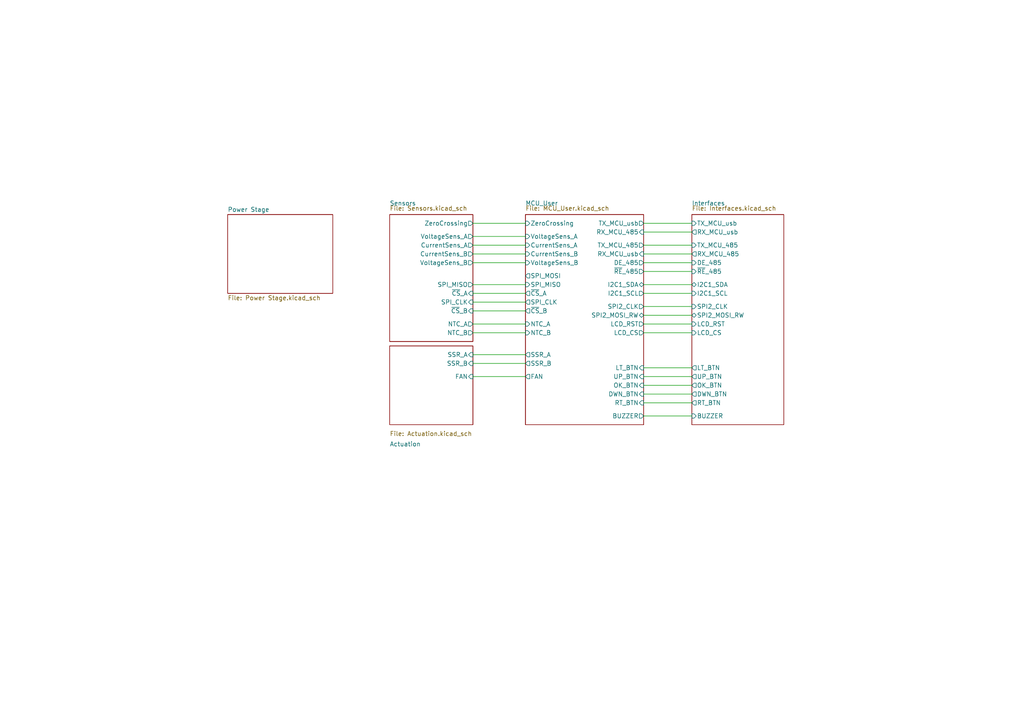
<source format=kicad_sch>
(kicad_sch (version 20211123) (generator eeschema)
  (paper "A4")
  (title_block (title "Reflow Controller") (rev "1.0"))
  (lib_symbols)
  (wire (pts (xy 137.16 105.41) (xy 152.4 105.41)))
  (wire (pts (xy 137.16 71.12) (xy 152.4 71.12)))
  (wire (pts (xy 186.69 96.52) (xy 200.66 96.52)))
  (wire (pts (xy 186.69 64.77) (xy 200.66 64.77)))
  (wire (pts (xy 137.16 76.2) (xy 152.4 76.2)))
  (wire (pts (xy 186.69 114.3) (xy 200.66 114.3)))
  (wire (pts (xy 186.69 82.55) (xy 200.66 82.55)))
  (wire (pts (xy 137.16 102.87) (xy 152.4 102.87)))
  (wire (pts (xy 137.16 82.55) (xy 152.4 82.55)))
  (wire (pts (xy 186.69 85.09) (xy 200.66 85.09)))
  (wire (pts (xy 186.69 78.74) (xy 200.66 78.74)))
  (wire (pts (xy 186.69 106.68) (xy 200.66 106.68)))
  (wire (pts (xy 137.16 90.17) (xy 152.4 90.17)))
  (wire (pts (xy 137.16 109.22) (xy 152.4 109.22)))
  (wire (pts (xy 137.16 96.52) (xy 152.4 96.52)))
  (wire (pts (xy 137.16 87.63) (xy 152.4 87.63)))
  (wire (pts (xy 186.69 120.65) (xy 200.66 120.65)))
  (wire (pts (xy 186.69 109.22) (xy 200.66 109.22)))
  (wire (pts (xy 186.69 91.44) (xy 200.66 91.44)))
  (wire (pts (xy 186.69 88.9) (xy 200.66 88.9)))
  (wire (pts (xy 186.69 93.98) (xy 200.66 93.98)))
  (wire (pts (xy 186.69 67.31) (xy 200.66 67.31)))
  (wire (pts (xy 137.16 85.09) (xy 152.4 85.09)))
  (wire (pts (xy 186.69 76.2) (xy 200.66 76.2)))
  (wire (pts (xy 186.69 71.12) (xy 200.66 71.12)))
  (wire (pts (xy 137.16 73.66) (xy 152.4 73.66)))
  (wire (pts (xy 186.69 73.66) (xy 200.66 73.66)))
  (wire (pts (xy 137.16 93.98) (xy 152.4 93.98)))
  (wire (pts (xy 186.69 116.84) (xy 200.66 116.84)))
  (wire (pts (xy 137.16 64.77) (xy 152.4 64.77)))
  (wire (pts (xy 186.69 111.76) (xy 200.66 111.76)))
  (wire (pts (xy 137.16 68.58) (xy 152.4 68.58)))
  (sheet (at 200.66 62.23) (size 26.67 60.96) (stroke (width 0.1524))
    (property "Sheet name" "Interfaces" (at 200.66 59.69 0) (effects (justify left bottom)))
    (property "Sheet file" "Interfaces.kicad_sch" (at 200.66 59.69 0) (effects (justify left top)))
    (pin "TX_MCU_usb" input (at 200.66 64.77 180))
    (pin "RX_MCU_usb" output (at 200.66 67.31 180))
    (pin "RX_MCU_485" output (at 200.66 73.66 180))
    (pin "DE_485" input (at 200.66 76.2 180))
    (pin "TX_MCU_485" input (at 200.66 71.12 180))
    (pin "~{RE}_485" input (at 200.66 78.74 180))
    (pin "I2C1_SCL" input (at 200.66 85.09 180))
    (pin "LCD_RST" input (at 200.66 93.98 180))
    (pin "SPI2_CLK" input (at 200.66 88.9 180))
    (pin "DWN_BTN" output (at 200.66 114.3 180))
    (pin "UP_BTN" output (at 200.66 109.22 180))
    (pin "OK_BTN" output (at 200.66 111.76 180))
    (pin "I2C1_SDA" bidirectional (at 200.66 82.55 180))
    (pin "SPI2_MOSI_RW" bidirectional (at 200.66 91.44 180))
    (pin "LCD_CS" input (at 200.66 96.52 180))
    (pin "BUZZER" input (at 200.66 120.65 180))
    (pin "LT_BTN" output (at 200.66 106.68 180))
    (pin "RT_BTN" output (at 200.66 116.84 180))
  )
  (sheet (at 152.4 62.23) (size 34.29 60.96) (stroke (width 0.1524))
    (property "Sheet name" "MCU_User" (at 152.4 59.69 0) (effects (justify left bottom)))
    (property "Sheet file" "MCU_User.kicad_sch" (at 152.4 59.69 0) (effects (justify left top)))
    (pin "I2C1_SCL" output (at 186.69 85.09 0))
    (pin "I2C1_SDA" bidirectional (at 186.69 82.55 0))
    (pin "TX_MCU_usb" output (at 186.69 64.77 0))
    (pin "TX_MCU_485" output (at 186.69 71.12 0))
    (pin "RX_MCU_485" input (at 186.69 67.31 0))
    (pin "RX_MCU_usb" input (at 186.69 73.66 0))
    (pin "~{RE}_485" output (at 186.69 78.74 0))
    (pin "DE_485" output (at 186.69 76.2 0))
    (pin "ZeroCrossing" input (at 152.4 64.77 180))
    (pin "~{CS}_B" output (at 152.4 90.17 180))
    (pin "SPI_CLK" output (at 152.4 87.63 180))
    (pin "SPI_MISO" input (at 152.4 82.55 180))
    (pin "~{CS}_A" output (at 152.4 85.09 180))
    (pin "LCD_CS" output (at 186.69 96.52 0))
    (pin "LCD_RST" output (at 186.69 93.98 0))
    (pin "SPI2_CLK" output (at 186.69 88.9 0))
    (pin "SPI2_MOSI_RW" bidirectional (at 186.69 91.44 0))
    (pin "CurrentSens_A" input (at 152.4 71.12 180))
    (pin "VoltageSens_B" input (at 152.4 76.2 180))
    (pin "CurrentSens_B" input (at 152.4 73.66 180))
    (pin "VoltageSens_A" input (at 152.4 68.58 180))
    (pin "LT_BTN" input (at 186.69 106.68 0))
    (pin "NTC_A" input (at 152.4 93.98 180))
    (pin "NTC_B" input (at 152.4 96.52 180))
    (pin "DWN_BTN" input (at 186.69 114.3 0))
    (pin "UP_BTN" input (at 186.69 109.22 0))
    (pin "RT_BTN" input (at 186.69 116.84 0))
    (pin "BUZZER" output (at 186.69 120.65 0))
    (pin "OK_BTN" input (at 186.69 111.76 0))
    (pin "SPI_MOSI" output (at 152.4 80.01 180))
    (pin "SSR_B" output (at 152.4 105.41 180))
    (pin "FAN" output (at 152.4 109.22 180))
    (pin "SSR_A" output (at 152.4 102.87 180))
  )
  (sheet (at 113.03 100.33) (size 24.13 22.86) (stroke (width 0.1524))
    (property "Sheet name" "Actuation" (at 113.03 129.54 0) (effects (justify left bottom)))
    (property "Sheet file" "Actuation.kicad_sch" (at 113.03 125.0446 0) (effects (justify left top)))
    (pin "SSR_B" input (at 137.16 105.41 0))
    (pin "SSR_A" input (at 137.16 102.87 0))
    (pin "FAN" input (at 137.16 109.22 0))
  )
  (sheet (at 113.03 62.23) (size 24.13 36.83) (stroke (width 0.1524))
    (property "Sheet name" "Sensors" (at 113.03 59.69 0) (effects (justify left bottom)))
    (property "Sheet file" "Sensors.kicad_sch" (at 113.03 59.69 0) (effects (justify left top)))
    (pin "ZeroCrossing" output (at 137.16 64.77 0))
    (pin "CurrentSens_B" output (at 137.16 73.66 0))
    (pin "VoltageSens_A" output (at 137.16 68.58 0))
    (pin "CurrentSens_A" output (at 137.16 71.12 0))
    (pin "VoltageSens_B" output (at 137.16 76.2 0))
    (pin "SPI_MISO" output (at 137.16 82.55 0))
    (pin "~{CS}_A" input (at 137.16 85.09 0))
    (pin "SPI_CLK" input (at 137.16 87.63 0))
    (pin "~{CS}_B" input (at 137.16 90.17 0))
    (pin "NTC_A" output (at 137.16 93.98 0))
    (pin "NTC_B" output (at 137.16 96.52 0))
  )
  (sheet (at 66.04 62.23) (size 30.48 22.86) (stroke (width 0.1524))
    (property "Sheet name" "Power Stage" (at 66.04 61.5184 0) (effects (justify left bottom)))
    (property "Sheet file" "Power Stage.kicad_sch" (at 66.04 85.6746 0) (effects (justify left top)))
  )
)
</source>
